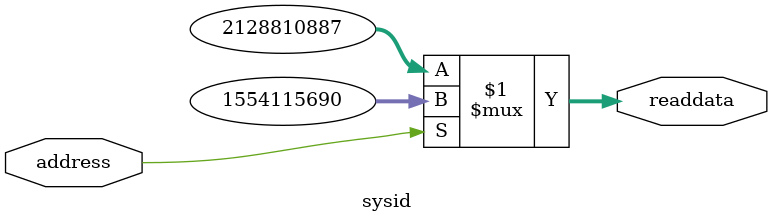
<source format=v>

`timescale 1ns / 1ps
// synthesis translate_on

// turn off superfluous verilog processor warnings 
// altera message_level Level1 
// altera message_off 10034 10035 10036 10037 10230 10240 10030 

module sysid (
               // inputs:
                address,

               // outputs:
                readdata
             )
;

  output  [ 31: 0] readdata;
  input            address;

  wire    [ 31: 0] readdata;
  //control_slave, which is an e_avalon_slave
  assign readdata = address ? 1554115690 : 2128810887;

endmodule


</source>
